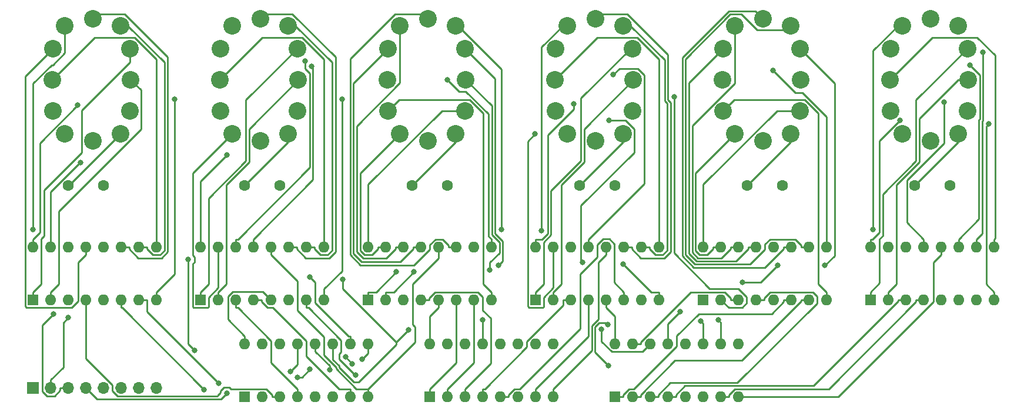
<source format=gbr>
G04 #@! TF.GenerationSoftware,KiCad,Pcbnew,(5.0.2)-1*
G04 #@! TF.CreationDate,2019-01-06T13:33:06-08:00*
G04 #@! TF.ProjectId,banana-nixie-clock,62616e61-6e61-42d6-9e69-7869652d636c,rev?*
G04 #@! TF.SameCoordinates,Original*
G04 #@! TF.FileFunction,Copper,L2,Bot*
G04 #@! TF.FilePolarity,Positive*
%FSLAX46Y46*%
G04 Gerber Fmt 4.6, Leading zero omitted, Abs format (unit mm)*
G04 Created by KiCad (PCBNEW (5.0.2)-1) date 1/6/2019 1:33:06 PM*
%MOMM*%
%LPD*%
G01*
G04 APERTURE LIST*
G04 #@! TA.AperFunction,ComponentPad*
%ADD10C,2.540000*%
G04 #@! TD*
G04 #@! TA.AperFunction,ComponentPad*
%ADD11R,1.700000X1.700000*%
G04 #@! TD*
G04 #@! TA.AperFunction,ComponentPad*
%ADD12O,1.700000X1.700000*%
G04 #@! TD*
G04 #@! TA.AperFunction,ComponentPad*
%ADD13R,1.600000X1.600000*%
G04 #@! TD*
G04 #@! TA.AperFunction,ComponentPad*
%ADD14O,1.600000X1.600000*%
G04 #@! TD*
G04 #@! TA.AperFunction,ComponentPad*
%ADD15C,1.600000*%
G04 #@! TD*
G04 #@! TA.AperFunction,ViaPad*
%ADD16C,0.800000*%
G04 #@! TD*
G04 #@! TA.AperFunction,Conductor*
%ADD17C,0.250000*%
G04 #@! TD*
G04 APERTURE END LIST*
D10*
G04 #@! TO.P,N1,LHDP*
G04 #@! TO.N,Net-(N1-PadLHDP)*
X35242500Y-62156340D03*
G04 #@! TO.P,N1,A*
G04 #@! TO.N,Net-(N1-PadA)*
X39240460Y-61155580D03*
G04 #@! TO.P,N1,9*
G04 #@! TO.N,Net-(N1-Pad9)*
X40733980Y-53340000D03*
G04 #@! TO.P,N1,8*
G04 #@! TO.N,Net-(N1-Pad8)*
X40606980Y-48841660D03*
G04 #@! TO.P,N1,7*
G04 #@! TO.N,Net-(N1-Pad7)*
X39240460Y-45524420D03*
G04 #@! TO.P,N1,6*
G04 #@! TO.N,Net-(N1-Pad6)*
X35242500Y-44523660D03*
G04 #@! TO.P,N1,5*
G04 #@! TO.N,Net-(N1-Pad5)*
X31244540Y-45524420D03*
G04 #@! TO.P,N1,4*
G04 #@! TO.N,Net-(N1-Pad4)*
X29560520Y-48841660D03*
G04 #@! TO.P,N1,3*
G04 #@! TO.N,Net-(N1-Pad3)*
X29433520Y-53340000D03*
G04 #@! TO.P,N1,2*
G04 #@! TO.N,Net-(N1-Pad2)*
X29560520Y-57838340D03*
G04 #@! TO.P,N1,1*
G04 #@! TO.N,Net-(N1-Pad1)*
X31244540Y-61155580D03*
G04 #@! TO.P,N1,0*
G04 #@! TO.N,Net-(N1-Pad0)*
X40606980Y-57838340D03*
G04 #@! TD*
G04 #@! TO.P,N2,0*
G04 #@! TO.N,Net-(N2-Pad0)*
X64736980Y-57838340D03*
G04 #@! TO.P,N2,1*
G04 #@! TO.N,Net-(N2-Pad1)*
X55374540Y-61155580D03*
G04 #@! TO.P,N2,2*
G04 #@! TO.N,Net-(N2-Pad2)*
X53690520Y-57838340D03*
G04 #@! TO.P,N2,3*
G04 #@! TO.N,Net-(N2-Pad3)*
X53563520Y-53340000D03*
G04 #@! TO.P,N2,4*
G04 #@! TO.N,Net-(N2-Pad4)*
X53690520Y-48841660D03*
G04 #@! TO.P,N2,5*
G04 #@! TO.N,Net-(N2-Pad5)*
X55374540Y-45524420D03*
G04 #@! TO.P,N2,6*
G04 #@! TO.N,Net-(N2-Pad6)*
X59372500Y-44523660D03*
G04 #@! TO.P,N2,7*
G04 #@! TO.N,Net-(N2-Pad7)*
X63370460Y-45524420D03*
G04 #@! TO.P,N2,8*
G04 #@! TO.N,Net-(N2-Pad8)*
X64736980Y-48841660D03*
G04 #@! TO.P,N2,9*
G04 #@! TO.N,Net-(N2-Pad9)*
X64863980Y-53340000D03*
G04 #@! TO.P,N2,A*
G04 #@! TO.N,Net-(N2-PadA)*
X63370460Y-61155580D03*
G04 #@! TO.P,N2,LHDP*
G04 #@! TO.N,Net-(N2-PadLHDP)*
X59372500Y-62156340D03*
G04 #@! TD*
G04 #@! TO.P,N3,LHDP*
G04 #@! TO.N,Net-(N3-PadLHDP)*
X83502500Y-62156340D03*
G04 #@! TO.P,N3,A*
G04 #@! TO.N,Net-(N3-PadA)*
X87500460Y-61155580D03*
G04 #@! TO.P,N3,9*
G04 #@! TO.N,Net-(N3-Pad9)*
X88993980Y-53340000D03*
G04 #@! TO.P,N3,8*
G04 #@! TO.N,Net-(N3-Pad8)*
X88866980Y-48841660D03*
G04 #@! TO.P,N3,7*
G04 #@! TO.N,Net-(N3-Pad7)*
X87500460Y-45524420D03*
G04 #@! TO.P,N3,6*
G04 #@! TO.N,Net-(N3-Pad6)*
X83502500Y-44523660D03*
G04 #@! TO.P,N3,5*
G04 #@! TO.N,Net-(N3-Pad5)*
X79504540Y-45524420D03*
G04 #@! TO.P,N3,4*
G04 #@! TO.N,Net-(N3-Pad4)*
X77820520Y-48841660D03*
G04 #@! TO.P,N3,3*
G04 #@! TO.N,Net-(N3-Pad3)*
X77693520Y-53340000D03*
G04 #@! TO.P,N3,2*
G04 #@! TO.N,Net-(N3-Pad2)*
X77820520Y-57838340D03*
G04 #@! TO.P,N3,1*
G04 #@! TO.N,Net-(N3-Pad1)*
X79504540Y-61155580D03*
G04 #@! TO.P,N3,0*
G04 #@! TO.N,Net-(N3-Pad0)*
X88866980Y-57838340D03*
G04 #@! TD*
G04 #@! TO.P,N4,0*
G04 #@! TO.N,Net-(N4-Pad0)*
X112996980Y-57838340D03*
G04 #@! TO.P,N4,1*
G04 #@! TO.N,Net-(N4-Pad1)*
X103634540Y-61155580D03*
G04 #@! TO.P,N4,2*
G04 #@! TO.N,Net-(N4-Pad2)*
X101950520Y-57838340D03*
G04 #@! TO.P,N4,3*
G04 #@! TO.N,Net-(N4-Pad3)*
X101823520Y-53340000D03*
G04 #@! TO.P,N4,4*
G04 #@! TO.N,Net-(N4-Pad4)*
X101950520Y-48841660D03*
G04 #@! TO.P,N4,5*
G04 #@! TO.N,Net-(N4-Pad5)*
X103634540Y-45524420D03*
G04 #@! TO.P,N4,6*
G04 #@! TO.N,Net-(N4-Pad6)*
X107632500Y-44523660D03*
G04 #@! TO.P,N4,7*
G04 #@! TO.N,Net-(N4-Pad7)*
X111630460Y-45524420D03*
G04 #@! TO.P,N4,8*
G04 #@! TO.N,Net-(N4-Pad8)*
X112996980Y-48841660D03*
G04 #@! TO.P,N4,9*
G04 #@! TO.N,Net-(N4-Pad9)*
X113123980Y-53340000D03*
G04 #@! TO.P,N4,A*
G04 #@! TO.N,Net-(N4-PadA)*
X111630460Y-61155580D03*
G04 #@! TO.P,N4,LHDP*
G04 #@! TO.N,Net-(N4-PadLHDP)*
X107632500Y-62156340D03*
G04 #@! TD*
G04 #@! TO.P,N5,LHDP*
G04 #@! TO.N,Net-(N5-PadLHDP)*
X131762500Y-62156340D03*
G04 #@! TO.P,N5,A*
G04 #@! TO.N,Net-(N5-PadA)*
X135760460Y-61155580D03*
G04 #@! TO.P,N5,9*
G04 #@! TO.N,Net-(N5-Pad9)*
X137253980Y-53340000D03*
G04 #@! TO.P,N5,8*
G04 #@! TO.N,Net-(N5-Pad8)*
X137126980Y-48841660D03*
G04 #@! TO.P,N5,7*
G04 #@! TO.N,Net-(N5-Pad7)*
X135760460Y-45524420D03*
G04 #@! TO.P,N5,6*
G04 #@! TO.N,Net-(N5-Pad6)*
X131762500Y-44523660D03*
G04 #@! TO.P,N5,5*
G04 #@! TO.N,Net-(N5-Pad5)*
X127764540Y-45524420D03*
G04 #@! TO.P,N5,4*
G04 #@! TO.N,Net-(N5-Pad4)*
X126080520Y-48841660D03*
G04 #@! TO.P,N5,3*
G04 #@! TO.N,Net-(N5-Pad3)*
X125953520Y-53340000D03*
G04 #@! TO.P,N5,2*
G04 #@! TO.N,Net-(N5-Pad2)*
X126080520Y-57838340D03*
G04 #@! TO.P,N5,1*
G04 #@! TO.N,Net-(N5-Pad1)*
X127764540Y-61155580D03*
G04 #@! TO.P,N5,0*
G04 #@! TO.N,Net-(N5-Pad0)*
X137126980Y-57838340D03*
G04 #@! TD*
G04 #@! TO.P,N6,0*
G04 #@! TO.N,Net-(N6-Pad0)*
X161256980Y-57838340D03*
G04 #@! TO.P,N6,1*
G04 #@! TO.N,Net-(N6-Pad1)*
X151894540Y-61155580D03*
G04 #@! TO.P,N6,2*
G04 #@! TO.N,Net-(N6-Pad2)*
X150210520Y-57838340D03*
G04 #@! TO.P,N6,3*
G04 #@! TO.N,Net-(N6-Pad3)*
X150083520Y-53340000D03*
G04 #@! TO.P,N6,4*
G04 #@! TO.N,Net-(N6-Pad4)*
X150210520Y-48841660D03*
G04 #@! TO.P,N6,5*
G04 #@! TO.N,Net-(N6-Pad5)*
X151894540Y-45524420D03*
G04 #@! TO.P,N6,6*
G04 #@! TO.N,Net-(N6-Pad6)*
X155892500Y-44523660D03*
G04 #@! TO.P,N6,7*
G04 #@! TO.N,Net-(N6-Pad7)*
X159890460Y-45524420D03*
G04 #@! TO.P,N6,8*
G04 #@! TO.N,Net-(N6-Pad8)*
X161256980Y-48841660D03*
G04 #@! TO.P,N6,9*
G04 #@! TO.N,Net-(N6-Pad9)*
X161383980Y-53340000D03*
G04 #@! TO.P,N6,A*
G04 #@! TO.N,Net-(N6-PadA)*
X159890460Y-61155580D03*
G04 #@! TO.P,N6,LHDP*
G04 #@! TO.N,Net-(N6-PadLHDP)*
X155892500Y-62156340D03*
G04 #@! TD*
D11*
G04 #@! TO.P,J1,1*
G04 #@! TO.N,Net-(J1-Pad1)*
X26670000Y-97790000D03*
D12*
G04 #@! TO.P,J1,2*
G04 #@! TO.N,Net-(J1-Pad2)*
X29210000Y-97790000D03*
G04 #@! TO.P,J1,3*
G04 #@! TO.N,Net-(J1-Pad3)*
X31750000Y-97790000D03*
G04 #@! TO.P,J1,4*
G04 #@! TO.N,Net-(J1-Pad4)*
X34290000Y-97790000D03*
G04 #@! TO.P,J1,5*
G04 #@! TO.N,Net-(J1-Pad5)*
X36830000Y-97790000D03*
G04 #@! TO.P,J1,6*
G04 #@! TO.N,Net-(J1-Pad6)*
X39370000Y-97790000D03*
G04 #@! TO.P,J1,7*
G04 #@! TO.N,+5V*
X41910000Y-97790000D03*
G04 #@! TO.P,J1,8*
G04 #@! TO.N,GND*
X44450000Y-97790000D03*
G04 #@! TD*
D13*
G04 #@! TO.P,U4,1*
G04 #@! TO.N,Net-(U4-Pad1)*
X83820000Y-99060000D03*
D14*
G04 #@! TO.P,U4,9*
G04 #@! TO.N,Net-(U4-Pad9)*
X101600000Y-91440000D03*
G04 #@! TO.P,U4,2*
G04 #@! TO.N,Net-(U4-Pad2)*
X86360000Y-99060000D03*
G04 #@! TO.P,U4,10*
G04 #@! TO.N,Net-(J1-Pad3)*
X99060000Y-91440000D03*
G04 #@! TO.P,U4,3*
G04 #@! TO.N,Net-(U4-Pad3)*
X88900000Y-99060000D03*
G04 #@! TO.P,U4,11*
G04 #@! TO.N,Net-(J1-Pad2)*
X96520000Y-91440000D03*
G04 #@! TO.P,U4,4*
G04 #@! TO.N,Net-(U4-Pad4)*
X91440000Y-99060000D03*
G04 #@! TO.P,U4,12*
G04 #@! TO.N,Net-(J1-Pad4)*
X93980000Y-91440000D03*
G04 #@! TO.P,U4,5*
G04 #@! TO.N,Net-(U4-Pad5)*
X93980000Y-99060000D03*
G04 #@! TO.P,U4,13*
G04 #@! TO.N,Net-(J1-Pad5)*
X91440000Y-91440000D03*
G04 #@! TO.P,U4,6*
G04 #@! TO.N,Net-(U4-Pad6)*
X96520000Y-99060000D03*
G04 #@! TO.P,U4,14*
G04 #@! TO.N,Net-(U2-Pad9)*
X88900000Y-91440000D03*
G04 #@! TO.P,U4,7*
G04 #@! TO.N,Net-(U4-Pad7)*
X99060000Y-99060000D03*
G04 #@! TO.P,U4,15*
G04 #@! TO.N,Net-(U4-Pad15)*
X86360000Y-91440000D03*
G04 #@! TO.P,U4,8*
G04 #@! TO.N,GND*
X101600000Y-99060000D03*
G04 #@! TO.P,U4,16*
G04 #@! TO.N,+5V*
X83820000Y-91440000D03*
G04 #@! TD*
G04 #@! TO.P,U1,16*
G04 #@! TO.N,Net-(N1-Pad0)*
X26670000Y-77470000D03*
G04 #@! TO.P,U1,8*
G04 #@! TO.N,Net-(N1-Pad2)*
X44450000Y-85090000D03*
G04 #@! TO.P,U1,15*
G04 #@! TO.N,Net-(N1-Pad1)*
X29210000Y-77470000D03*
G04 #@! TO.P,U1,7*
G04 #@! TO.N,Net-(U1-Pad7)*
X41910000Y-85090000D03*
G04 #@! TO.P,U1,14*
G04 #@! TO.N,Net-(N1-Pad5)*
X31750000Y-77470000D03*
G04 #@! TO.P,U1,6*
G04 #@! TO.N,Net-(U1-Pad6)*
X39370000Y-85090000D03*
G04 #@! TO.P,U1,13*
G04 #@! TO.N,Net-(N1-Pad4)*
X34290000Y-77470000D03*
G04 #@! TO.P,U1,5*
G04 #@! TO.N,+5V*
X36830000Y-85090000D03*
G04 #@! TO.P,U1,12*
G04 #@! TO.N,GND*
X36830000Y-77470000D03*
G04 #@! TO.P,U1,4*
G04 #@! TO.N,Net-(U1-Pad4)*
X34290000Y-85090000D03*
G04 #@! TO.P,U1,11*
G04 #@! TO.N,Net-(N1-Pad6)*
X39370000Y-77470000D03*
G04 #@! TO.P,U1,3*
G04 #@! TO.N,Net-(U1-Pad3)*
X31750000Y-85090000D03*
G04 #@! TO.P,U1,10*
G04 #@! TO.N,Net-(N1-Pad7)*
X41910000Y-77470000D03*
G04 #@! TO.P,U1,2*
G04 #@! TO.N,Net-(N1-Pad9)*
X29210000Y-85090000D03*
G04 #@! TO.P,U1,9*
G04 #@! TO.N,Net-(N1-Pad3)*
X44450000Y-77470000D03*
D13*
G04 #@! TO.P,U1,1*
G04 #@! TO.N,Net-(N1-Pad8)*
X26670000Y-85090000D03*
G04 #@! TD*
G04 #@! TO.P,U2,1*
G04 #@! TO.N,Net-(U1-Pad6)*
X57150000Y-99060000D03*
D14*
G04 #@! TO.P,U2,9*
G04 #@! TO.N,Net-(U2-Pad9)*
X74930000Y-91440000D03*
G04 #@! TO.P,U2,2*
G04 #@! TO.N,Net-(U1-Pad7)*
X59690000Y-99060000D03*
G04 #@! TO.P,U2,10*
G04 #@! TO.N,Net-(J1-Pad3)*
X72390000Y-91440000D03*
G04 #@! TO.P,U2,3*
G04 #@! TO.N,Net-(U1-Pad4)*
X62230000Y-99060000D03*
G04 #@! TO.P,U2,11*
G04 #@! TO.N,Net-(J1-Pad2)*
X69850000Y-91440000D03*
G04 #@! TO.P,U2,4*
G04 #@! TO.N,Net-(U2-Pad4)*
X64770000Y-99060000D03*
G04 #@! TO.P,U2,12*
G04 #@! TO.N,Net-(J1-Pad4)*
X67310000Y-91440000D03*
G04 #@! TO.P,U2,5*
G04 #@! TO.N,Net-(U2-Pad5)*
X67310000Y-99060000D03*
G04 #@! TO.P,U2,13*
G04 #@! TO.N,Net-(J1-Pad5)*
X64770000Y-91440000D03*
G04 #@! TO.P,U2,6*
G04 #@! TO.N,Net-(U2-Pad6)*
X69850000Y-99060000D03*
G04 #@! TO.P,U2,14*
G04 #@! TO.N,Net-(J1-Pad1)*
X62230000Y-91440000D03*
G04 #@! TO.P,U2,7*
G04 #@! TO.N,Net-(U2-Pad7)*
X72390000Y-99060000D03*
G04 #@! TO.P,U2,15*
G04 #@! TO.N,Net-(U1-Pad3)*
X59690000Y-91440000D03*
G04 #@! TO.P,U2,8*
G04 #@! TO.N,GND*
X74930000Y-99060000D03*
G04 #@! TO.P,U2,16*
G04 #@! TO.N,+5V*
X57150000Y-91440000D03*
G04 #@! TD*
G04 #@! TO.P,U3,16*
G04 #@! TO.N,Net-(N2-Pad0)*
X50800000Y-77470000D03*
G04 #@! TO.P,U3,8*
G04 #@! TO.N,Net-(N2-Pad2)*
X68580000Y-85090000D03*
G04 #@! TO.P,U3,15*
G04 #@! TO.N,Net-(N2-Pad1)*
X53340000Y-77470000D03*
G04 #@! TO.P,U3,7*
G04 #@! TO.N,Net-(U2-Pad6)*
X66040000Y-85090000D03*
G04 #@! TO.P,U3,14*
G04 #@! TO.N,Net-(N2-Pad5)*
X55880000Y-77470000D03*
G04 #@! TO.P,U3,6*
G04 #@! TO.N,Net-(U2-Pad5)*
X63500000Y-85090000D03*
G04 #@! TO.P,U3,13*
G04 #@! TO.N,Net-(N2-Pad4)*
X58420000Y-77470000D03*
G04 #@! TO.P,U3,5*
G04 #@! TO.N,+5V*
X60960000Y-85090000D03*
G04 #@! TO.P,U3,12*
G04 #@! TO.N,GND*
X60960000Y-77470000D03*
G04 #@! TO.P,U3,4*
G04 #@! TO.N,Net-(U2-Pad7)*
X58420000Y-85090000D03*
G04 #@! TO.P,U3,11*
G04 #@! TO.N,Net-(N2-Pad6)*
X63500000Y-77470000D03*
G04 #@! TO.P,U3,3*
G04 #@! TO.N,Net-(U2-Pad4)*
X55880000Y-85090000D03*
G04 #@! TO.P,U3,10*
G04 #@! TO.N,Net-(N2-Pad7)*
X66040000Y-77470000D03*
G04 #@! TO.P,U3,2*
G04 #@! TO.N,Net-(N2-Pad9)*
X53340000Y-85090000D03*
G04 #@! TO.P,U3,9*
G04 #@! TO.N,Net-(N2-Pad3)*
X68580000Y-77470000D03*
D13*
G04 #@! TO.P,U3,1*
G04 #@! TO.N,Net-(N2-Pad8)*
X50800000Y-85090000D03*
G04 #@! TD*
G04 #@! TO.P,U5,1*
G04 #@! TO.N,Net-(U5-Pad1)*
X110490000Y-99060000D03*
D14*
G04 #@! TO.P,U5,9*
G04 #@! TO.N,Net-(U5-Pad9)*
X128270000Y-91440000D03*
G04 #@! TO.P,U5,2*
G04 #@! TO.N,Net-(U5-Pad2)*
X113030000Y-99060000D03*
G04 #@! TO.P,U5,10*
G04 #@! TO.N,Net-(J1-Pad3)*
X125730000Y-91440000D03*
G04 #@! TO.P,U5,3*
G04 #@! TO.N,Net-(U5-Pad3)*
X115570000Y-99060000D03*
G04 #@! TO.P,U5,11*
G04 #@! TO.N,Net-(J1-Pad2)*
X123190000Y-91440000D03*
G04 #@! TO.P,U5,4*
G04 #@! TO.N,Net-(U5-Pad4)*
X118110000Y-99060000D03*
G04 #@! TO.P,U5,12*
G04 #@! TO.N,Net-(J1-Pad4)*
X120650000Y-91440000D03*
G04 #@! TO.P,U5,5*
G04 #@! TO.N,Net-(U5-Pad5)*
X120650000Y-99060000D03*
G04 #@! TO.P,U5,13*
G04 #@! TO.N,Net-(J1-Pad5)*
X118110000Y-91440000D03*
G04 #@! TO.P,U5,6*
G04 #@! TO.N,Net-(U5-Pad6)*
X123190000Y-99060000D03*
G04 #@! TO.P,U5,14*
G04 #@! TO.N,Net-(U4-Pad9)*
X115570000Y-91440000D03*
G04 #@! TO.P,U5,7*
G04 #@! TO.N,Net-(U5-Pad7)*
X125730000Y-99060000D03*
G04 #@! TO.P,U5,15*
G04 #@! TO.N,Net-(U5-Pad15)*
X113030000Y-91440000D03*
G04 #@! TO.P,U5,8*
G04 #@! TO.N,GND*
X128270000Y-99060000D03*
G04 #@! TO.P,U5,16*
G04 #@! TO.N,+5V*
X110490000Y-91440000D03*
G04 #@! TD*
G04 #@! TO.P,U7,16*
G04 #@! TO.N,Net-(N4-Pad0)*
X99060000Y-77470000D03*
G04 #@! TO.P,U7,8*
G04 #@! TO.N,Net-(N4-Pad2)*
X116840000Y-85090000D03*
G04 #@! TO.P,U7,15*
G04 #@! TO.N,Net-(N4-Pad1)*
X101600000Y-77470000D03*
G04 #@! TO.P,U7,7*
G04 #@! TO.N,Net-(U4-Pad6)*
X114300000Y-85090000D03*
G04 #@! TO.P,U7,14*
G04 #@! TO.N,Net-(N4-Pad5)*
X104140000Y-77470000D03*
G04 #@! TO.P,U7,6*
G04 #@! TO.N,Net-(U4-Pad5)*
X111760000Y-85090000D03*
G04 #@! TO.P,U7,13*
G04 #@! TO.N,Net-(N4-Pad4)*
X106680000Y-77470000D03*
G04 #@! TO.P,U7,5*
G04 #@! TO.N,+5V*
X109220000Y-85090000D03*
G04 #@! TO.P,U7,12*
G04 #@! TO.N,GND*
X109220000Y-77470000D03*
G04 #@! TO.P,U7,4*
G04 #@! TO.N,Net-(U4-Pad7)*
X106680000Y-85090000D03*
G04 #@! TO.P,U7,11*
G04 #@! TO.N,Net-(N4-Pad6)*
X111760000Y-77470000D03*
G04 #@! TO.P,U7,3*
G04 #@! TO.N,Net-(U4-Pad4)*
X104140000Y-85090000D03*
G04 #@! TO.P,U7,10*
G04 #@! TO.N,Net-(N4-Pad7)*
X114300000Y-77470000D03*
G04 #@! TO.P,U7,2*
G04 #@! TO.N,Net-(N4-Pad9)*
X101600000Y-85090000D03*
G04 #@! TO.P,U7,9*
G04 #@! TO.N,Net-(N4-Pad3)*
X116840000Y-77470000D03*
D13*
G04 #@! TO.P,U7,1*
G04 #@! TO.N,Net-(N4-Pad8)*
X99060000Y-85090000D03*
G04 #@! TD*
G04 #@! TO.P,U8,1*
G04 #@! TO.N,Net-(N5-Pad8)*
X123190000Y-85090000D03*
D14*
G04 #@! TO.P,U8,9*
G04 #@! TO.N,Net-(N5-Pad3)*
X140970000Y-77470000D03*
G04 #@! TO.P,U8,2*
G04 #@! TO.N,Net-(N5-Pad9)*
X125730000Y-85090000D03*
G04 #@! TO.P,U8,10*
G04 #@! TO.N,Net-(N5-Pad7)*
X138430000Y-77470000D03*
G04 #@! TO.P,U8,3*
G04 #@! TO.N,Net-(U5-Pad15)*
X128270000Y-85090000D03*
G04 #@! TO.P,U8,11*
G04 #@! TO.N,Net-(N5-Pad6)*
X135890000Y-77470000D03*
G04 #@! TO.P,U8,4*
G04 #@! TO.N,Net-(U5-Pad3)*
X130810000Y-85090000D03*
G04 #@! TO.P,U8,12*
G04 #@! TO.N,GND*
X133350000Y-77470000D03*
G04 #@! TO.P,U8,5*
G04 #@! TO.N,+5V*
X133350000Y-85090000D03*
G04 #@! TO.P,U8,13*
G04 #@! TO.N,Net-(N5-Pad4)*
X130810000Y-77470000D03*
G04 #@! TO.P,U8,6*
G04 #@! TO.N,Net-(U5-Pad1)*
X135890000Y-85090000D03*
G04 #@! TO.P,U8,14*
G04 #@! TO.N,Net-(N5-Pad5)*
X128270000Y-77470000D03*
G04 #@! TO.P,U8,7*
G04 #@! TO.N,Net-(U5-Pad2)*
X138430000Y-85090000D03*
G04 #@! TO.P,U8,15*
G04 #@! TO.N,Net-(N5-Pad1)*
X125730000Y-77470000D03*
G04 #@! TO.P,U8,8*
G04 #@! TO.N,Net-(N5-Pad2)*
X140970000Y-85090000D03*
G04 #@! TO.P,U8,16*
G04 #@! TO.N,Net-(N5-Pad0)*
X123190000Y-77470000D03*
G04 #@! TD*
G04 #@! TO.P,U9,16*
G04 #@! TO.N,Net-(N6-Pad0)*
X147320000Y-77470000D03*
G04 #@! TO.P,U9,8*
G04 #@! TO.N,Net-(N6-Pad2)*
X165100000Y-85090000D03*
G04 #@! TO.P,U9,15*
G04 #@! TO.N,Net-(N6-Pad1)*
X149860000Y-77470000D03*
G04 #@! TO.P,U9,7*
G04 #@! TO.N,Net-(U5-Pad6)*
X162560000Y-85090000D03*
G04 #@! TO.P,U9,14*
G04 #@! TO.N,Net-(N6-Pad5)*
X152400000Y-77470000D03*
G04 #@! TO.P,U9,6*
G04 #@! TO.N,Net-(U5-Pad5)*
X160020000Y-85090000D03*
G04 #@! TO.P,U9,13*
G04 #@! TO.N,Net-(N6-Pad4)*
X154940000Y-77470000D03*
G04 #@! TO.P,U9,5*
G04 #@! TO.N,+5V*
X157480000Y-85090000D03*
G04 #@! TO.P,U9,12*
G04 #@! TO.N,GND*
X157480000Y-77470000D03*
G04 #@! TO.P,U9,4*
G04 #@! TO.N,Net-(U5-Pad7)*
X154940000Y-85090000D03*
G04 #@! TO.P,U9,11*
G04 #@! TO.N,Net-(N6-Pad6)*
X160020000Y-77470000D03*
G04 #@! TO.P,U9,3*
G04 #@! TO.N,Net-(U5-Pad4)*
X152400000Y-85090000D03*
G04 #@! TO.P,U9,10*
G04 #@! TO.N,Net-(N6-Pad7)*
X162560000Y-77470000D03*
G04 #@! TO.P,U9,2*
G04 #@! TO.N,Net-(N6-Pad9)*
X149860000Y-85090000D03*
G04 #@! TO.P,U9,9*
G04 #@! TO.N,Net-(N6-Pad3)*
X165100000Y-77470000D03*
D13*
G04 #@! TO.P,U9,1*
G04 #@! TO.N,Net-(N6-Pad8)*
X147320000Y-85090000D03*
G04 #@! TD*
G04 #@! TO.P,U6,1*
G04 #@! TO.N,Net-(N3-Pad8)*
X74930000Y-85090000D03*
D14*
G04 #@! TO.P,U6,9*
G04 #@! TO.N,Net-(N3-Pad3)*
X92710000Y-77470000D03*
G04 #@! TO.P,U6,2*
G04 #@! TO.N,Net-(N3-Pad9)*
X77470000Y-85090000D03*
G04 #@! TO.P,U6,10*
G04 #@! TO.N,Net-(N3-Pad7)*
X90170000Y-77470000D03*
G04 #@! TO.P,U6,3*
G04 #@! TO.N,Net-(U4-Pad15)*
X80010000Y-85090000D03*
G04 #@! TO.P,U6,11*
G04 #@! TO.N,Net-(N3-Pad6)*
X87630000Y-77470000D03*
G04 #@! TO.P,U6,4*
G04 #@! TO.N,Net-(U4-Pad3)*
X82550000Y-85090000D03*
G04 #@! TO.P,U6,12*
G04 #@! TO.N,GND*
X85090000Y-77470000D03*
G04 #@! TO.P,U6,5*
G04 #@! TO.N,+5V*
X85090000Y-85090000D03*
G04 #@! TO.P,U6,13*
G04 #@! TO.N,Net-(N3-Pad4)*
X82550000Y-77470000D03*
G04 #@! TO.P,U6,6*
G04 #@! TO.N,Net-(U4-Pad1)*
X87630000Y-85090000D03*
G04 #@! TO.P,U6,14*
G04 #@! TO.N,Net-(N3-Pad5)*
X80010000Y-77470000D03*
G04 #@! TO.P,U6,7*
G04 #@! TO.N,Net-(U4-Pad2)*
X90170000Y-85090000D03*
G04 #@! TO.P,U6,15*
G04 #@! TO.N,Net-(N3-Pad1)*
X77470000Y-77470000D03*
G04 #@! TO.P,U6,8*
G04 #@! TO.N,Net-(N3-Pad2)*
X92710000Y-85090000D03*
G04 #@! TO.P,U6,16*
G04 #@! TO.N,Net-(N3-Pad0)*
X74930000Y-77470000D03*
G04 #@! TD*
D15*
G04 #@! TO.P,R2,2*
G04 #@! TO.N,Net-(J1-Pad6)*
X62230000Y-68580000D03*
G04 #@! TO.P,R2,1*
G04 #@! TO.N,Net-(N2-PadA)*
X57150000Y-68580000D03*
G04 #@! TD*
G04 #@! TO.P,R1,1*
G04 #@! TO.N,Net-(N1-PadA)*
X31750000Y-68580000D03*
G04 #@! TO.P,R1,2*
G04 #@! TO.N,Net-(J1-Pad6)*
X36830000Y-68580000D03*
G04 #@! TD*
G04 #@! TO.P,R6,2*
G04 #@! TO.N,Net-(J1-Pad6)*
X158750000Y-68580000D03*
G04 #@! TO.P,R6,1*
G04 #@! TO.N,Net-(N6-PadA)*
X153670000Y-68580000D03*
G04 #@! TD*
G04 #@! TO.P,R5,1*
G04 #@! TO.N,Net-(N5-PadA)*
X129540000Y-68580000D03*
G04 #@! TO.P,R5,2*
G04 #@! TO.N,Net-(J1-Pad6)*
X134620000Y-68580000D03*
G04 #@! TD*
G04 #@! TO.P,R4,2*
G04 #@! TO.N,Net-(J1-Pad6)*
X110490000Y-68580000D03*
G04 #@! TO.P,R4,1*
G04 #@! TO.N,Net-(N4-PadA)*
X105410000Y-68580000D03*
G04 #@! TD*
G04 #@! TO.P,R3,1*
G04 #@! TO.N,Net-(N3-PadA)*
X81280000Y-68580000D03*
G04 #@! TO.P,R3,2*
G04 #@! TO.N,Net-(J1-Pad6)*
X86360000Y-68580000D03*
G04 #@! TD*
D16*
G04 #@! TO.N,Net-(N1-Pad0)*
X33078100Y-57023500D03*
G04 #@! TO.N,Net-(N1-Pad1)*
X33542200Y-65277300D03*
G04 #@! TO.N,Net-(N1-Pad2)*
X47020600Y-56143200D03*
G04 #@! TO.N,Net-(N1-Pad5)*
X26670000Y-74952800D03*
G04 #@! TO.N,GND*
X49928600Y-92369200D03*
X48980800Y-79279500D03*
G04 #@! TO.N,Net-(U1-Pad6)*
X51294300Y-98025200D03*
G04 #@! TO.N,Net-(U1-Pad7)*
X53366400Y-97115200D03*
G04 #@! TO.N,Net-(U2-Pad9)*
X74099700Y-93630900D03*
G04 #@! TO.N,Net-(U2-Pad6)*
X73172000Y-95978100D03*
G04 #@! TO.N,Net-(N2-Pad0)*
X54569400Y-64207000D03*
G04 #@! TO.N,Net-(N2-Pad2)*
X71155700Y-56143200D03*
G04 #@! TO.N,Net-(N2-Pad5)*
X65864500Y-50642300D03*
G04 #@! TO.N,Net-(N2-Pad4)*
X66819600Y-51374800D03*
G04 #@! TO.N,Net-(U4-Pad9)*
X108547900Y-89374800D03*
G04 #@! TO.N,Net-(N3-Pad8)*
X93703300Y-80120700D03*
X78991100Y-81028900D03*
G04 #@! TO.N,Net-(N3-Pad3)*
X86347900Y-53340000D03*
G04 #@! TO.N,Net-(N3-Pad9)*
X92458600Y-80769200D03*
X81543100Y-81016900D03*
G04 #@! TO.N,Net-(N3-Pad7)*
X94151400Y-74952800D03*
G04 #@! TO.N,Net-(N4-Pad0)*
X104548400Y-56818800D03*
G04 #@! TO.N,Net-(N4-Pad2)*
X109626500Y-59199100D03*
X105842400Y-79726100D03*
X111660400Y-79910400D03*
G04 #@! TO.N,Net-(N4-Pad1)*
X98965500Y-61155600D03*
G04 #@! TO.N,Net-(N4-Pad5)*
X99891700Y-75151400D03*
G04 #@! TO.N,Net-(N4-Pad4)*
X110240300Y-52630900D03*
G04 #@! TO.N,Net-(N5-Pad8)*
X140732300Y-80121700D03*
X133879600Y-80121700D03*
X128883000Y-82532000D03*
G04 #@! TO.N,Net-(N5-Pad3)*
X133218800Y-51982500D03*
G04 #@! TO.N,Net-(N5-Pad9)*
X119004200Y-55846700D03*
G04 #@! TO.N,Net-(N6-Pad0)*
X151538000Y-59188900D03*
G04 #@! TO.N,Net-(N6-Pad2)*
X164291400Y-59710900D03*
G04 #@! TO.N,Net-(N6-Pad5)*
X147672400Y-74952800D03*
G04 #@! TO.N,Net-(N6-Pad4)*
X157916200Y-56613600D03*
G04 #@! TO.N,Net-(N6-Pad6)*
X161579000Y-51254100D03*
G04 #@! TO.N,Net-(N6-Pad7)*
X163482700Y-49370200D03*
G04 #@! TO.N,Net-(J1-Pad3)*
X66514800Y-81768500D03*
X29613000Y-87164000D03*
X125329800Y-88020400D03*
G04 #@! TO.N,Net-(J1-Pad2)*
X71255400Y-82148300D03*
X80772500Y-89390100D03*
X122813600Y-88148500D03*
X31750000Y-87630000D03*
G04 #@! TO.N,Net-(J1-Pad4)*
X54577800Y-98606700D03*
X64754600Y-96248000D03*
X66508300Y-95126300D03*
X109418100Y-88629200D03*
X109551800Y-94556000D03*
X69373600Y-95216700D03*
G04 #@! TO.N,Net-(J1-Pad5)*
X91416200Y-87975800D03*
X119851400Y-86800300D03*
X63741800Y-95404800D03*
X71662000Y-93310200D03*
X72646600Y-94294800D03*
G04 #@! TD*
D17*
G04 #@! TO.N,Net-(N1-Pad0)*
X26670000Y-77470000D02*
X26670000Y-76344700D01*
X33078100Y-57023500D02*
X27636300Y-62465300D01*
X27636300Y-62465300D02*
X27636300Y-75378400D01*
X27636300Y-75378400D02*
X26670000Y-76344700D01*
G04 #@! TO.N,Net-(N1-Pad1)*
X33542200Y-65277300D02*
X33450900Y-65277300D01*
X33450900Y-65277300D02*
X29210000Y-69518200D01*
X29210000Y-69518200D02*
X29210000Y-77470000D01*
G04 #@! TO.N,Net-(N1-Pad2)*
X44450000Y-85090000D02*
X44450000Y-83964700D01*
X44450000Y-83964700D02*
X47020600Y-81394100D01*
X47020600Y-81394100D02*
X47020600Y-56143200D01*
G04 #@! TO.N,Net-(N1-Pad3)*
X29433500Y-53340000D02*
X35534800Y-47238700D01*
X35534800Y-47238700D02*
X41331400Y-47238700D01*
X41331400Y-47238700D02*
X44450000Y-50357300D01*
X44450000Y-50357300D02*
X44450000Y-77470000D01*
G04 #@! TO.N,Net-(N1-Pad4)*
X34290000Y-77470000D02*
X34290000Y-78595300D01*
X29560500Y-48841700D02*
X25544600Y-52857600D01*
X25544600Y-52857600D02*
X25544600Y-86073100D01*
X25544600Y-86073100D02*
X25705100Y-86233600D01*
X25705100Y-86233600D02*
X32221400Y-86233600D01*
X32221400Y-86233600D02*
X33164700Y-85290300D01*
X33164700Y-85290300D02*
X33164700Y-79720600D01*
X33164700Y-79720600D02*
X34290000Y-78595300D01*
G04 #@! TO.N,Net-(N1-Pad5)*
X31244500Y-45524400D02*
X31244500Y-49442800D01*
X31244500Y-49442800D02*
X29486300Y-51201000D01*
X29486300Y-51201000D02*
X29315500Y-51201000D01*
X29315500Y-51201000D02*
X26670000Y-53846500D01*
X26670000Y-53846500D02*
X26670000Y-74952800D01*
G04 #@! TO.N,Net-(N1-Pad6)*
X39370000Y-77470000D02*
X40495300Y-77470000D01*
X35242500Y-44523700D02*
X35880100Y-43886100D01*
X35880100Y-43886100D02*
X39895700Y-43886100D01*
X39895700Y-43886100D02*
X46071200Y-50061600D01*
X46071200Y-50061600D02*
X46071200Y-78187800D01*
X46071200Y-78187800D02*
X45180000Y-79079000D01*
X45180000Y-79079000D02*
X41823000Y-79079000D01*
X41823000Y-79079000D02*
X40495300Y-77751300D01*
X40495300Y-77751300D02*
X40495300Y-77470000D01*
G04 #@! TO.N,Net-(N1-Pad7)*
X39240500Y-45524400D02*
X40263600Y-45524400D01*
X40263600Y-45524400D02*
X45580700Y-50841500D01*
X45580700Y-50841500D02*
X45580700Y-77982100D01*
X45580700Y-77982100D02*
X44967500Y-78595300D01*
X44967500Y-78595300D02*
X43879200Y-78595300D01*
X43879200Y-78595300D02*
X43035300Y-77751400D01*
X43035300Y-77751400D02*
X43035300Y-77470000D01*
X41910000Y-77470000D02*
X43035300Y-77470000D01*
G04 #@! TO.N,Net-(N1-Pad8)*
X26670000Y-83964700D02*
X27795300Y-82839400D01*
X27795300Y-82839400D02*
X27795300Y-76289800D01*
X27795300Y-76289800D02*
X28245500Y-75839600D01*
X28245500Y-75839600D02*
X28245500Y-69265800D01*
X28245500Y-69265800D02*
X33647100Y-63864200D01*
X33647100Y-63864200D02*
X33647100Y-57762800D01*
X33647100Y-57762800D02*
X40607000Y-50802900D01*
X40607000Y-50802900D02*
X40607000Y-48841700D01*
X26670000Y-85090000D02*
X26670000Y-83964700D01*
G04 #@! TO.N,Net-(N1-Pad9)*
X29210000Y-85090000D02*
X29210000Y-83964700D01*
X40734000Y-53340000D02*
X42216400Y-54822400D01*
X42216400Y-54822400D02*
X42216400Y-60470300D01*
X42216400Y-60470300D02*
X30335300Y-72351400D01*
X30335300Y-72351400D02*
X30335300Y-82839400D01*
X30335300Y-82839400D02*
X29210000Y-83964700D01*
G04 #@! TO.N,Net-(N1-PadA)*
X39240500Y-61155600D02*
X31816100Y-68580000D01*
X31816100Y-68580000D02*
X31750000Y-68580000D01*
G04 #@! TO.N,Net-(U1-Pad4)*
X61104700Y-99060000D02*
X61104700Y-98778700D01*
X61104700Y-98778700D02*
X60260600Y-97934600D01*
X60260600Y-97934600D02*
X55214000Y-97934600D01*
X55214000Y-97934600D02*
X54961000Y-97681600D01*
X54961000Y-97681600D02*
X54194700Y-97681600D01*
X54194700Y-97681600D02*
X53652700Y-98223600D01*
X53652700Y-98223600D02*
X53652700Y-98462700D01*
X53652700Y-98462700D02*
X53203700Y-98911700D01*
X53203700Y-98911700D02*
X53203700Y-98966200D01*
X53203700Y-98966200D02*
X38860000Y-98966200D01*
X38860000Y-98966200D02*
X38100000Y-98206200D01*
X38100000Y-98206200D02*
X38100000Y-97356600D01*
X38100000Y-97356600D02*
X34290000Y-93546600D01*
X34290000Y-93546600D02*
X34290000Y-85090000D01*
X62230000Y-99060000D02*
X61104700Y-99060000D01*
G04 #@! TO.N,GND*
X74930000Y-97934700D02*
X81697600Y-91167100D01*
X81697600Y-91167100D02*
X81697600Y-89006900D01*
X81697600Y-89006900D02*
X81384400Y-88693700D01*
X81384400Y-88693700D02*
X81384400Y-82826600D01*
X81384400Y-82826600D02*
X85090000Y-79121000D01*
X85090000Y-79121000D02*
X85090000Y-78595300D01*
X48980800Y-79279500D02*
X48980800Y-91421400D01*
X48980800Y-91421400D02*
X49928600Y-92369200D01*
X109220000Y-78595300D02*
X108094700Y-79720600D01*
X108094700Y-79720600D02*
X108094700Y-87882900D01*
X108094700Y-87882900D02*
X107172500Y-88805100D01*
X107172500Y-88805100D02*
X107172500Y-92362200D01*
X107172500Y-92362200D02*
X101600000Y-97934700D01*
X60960000Y-78595300D02*
X64770000Y-82405300D01*
X64770000Y-82405300D02*
X64770000Y-86588300D01*
X64770000Y-86588300D02*
X68580000Y-90398300D01*
X68580000Y-90398300D02*
X68580000Y-93095800D01*
X68580000Y-93095800D02*
X70298800Y-94814600D01*
X70298800Y-94814600D02*
X70298800Y-95050000D01*
X70298800Y-95050000D02*
X73183500Y-97934700D01*
X73183500Y-97934700D02*
X74930000Y-97934700D01*
X157480000Y-77470000D02*
X157480000Y-78595300D01*
X157480000Y-78595300D02*
X156354700Y-79720600D01*
X156354700Y-79720600D02*
X156354700Y-85340400D01*
X156354700Y-85340400D02*
X142635100Y-99060000D01*
X142635100Y-99060000D02*
X128270000Y-99060000D01*
X85090000Y-77470000D02*
X85090000Y-78595300D01*
X60960000Y-77470000D02*
X60960000Y-78595300D01*
X74930000Y-99060000D02*
X74930000Y-97934700D01*
X109220000Y-77470000D02*
X109220000Y-78595300D01*
X101600000Y-99060000D02*
X101600000Y-97934700D01*
G04 #@! TO.N,Net-(U1-Pad6)*
X39370000Y-86215300D02*
X39484400Y-86215300D01*
X39484400Y-86215300D02*
X51294300Y-98025200D01*
X39370000Y-85090000D02*
X39370000Y-86215300D01*
G04 #@! TO.N,Net-(U1-Pad7)*
X43035300Y-85090000D02*
X43035300Y-86784100D01*
X43035300Y-86784100D02*
X53366400Y-97115200D01*
X41910000Y-85090000D02*
X43035300Y-85090000D01*
G04 #@! TO.N,Net-(U2-Pad9)*
X74099700Y-93630900D02*
X74930000Y-92800600D01*
X74930000Y-92800600D02*
X74930000Y-91440000D01*
G04 #@! TO.N,Net-(U2-Pad4)*
X55880000Y-85090000D02*
X55880000Y-86215300D01*
X64770000Y-99060000D02*
X64770000Y-97934700D01*
X64770000Y-97934700D02*
X60960000Y-94124700D01*
X60960000Y-94124700D02*
X60960000Y-91014000D01*
X60960000Y-91014000D02*
X56161300Y-86215300D01*
X56161300Y-86215300D02*
X55880000Y-86215300D01*
G04 #@! TO.N,Net-(U2-Pad6)*
X66040000Y-86215300D02*
X66321300Y-86215300D01*
X66321300Y-86215300D02*
X71024200Y-90918200D01*
X71024200Y-90918200D02*
X71024200Y-92639800D01*
X71024200Y-92639800D02*
X70736900Y-92927100D01*
X70736900Y-92927100D02*
X70736900Y-93693300D01*
X70736900Y-93693300D02*
X73021700Y-95978100D01*
X73021700Y-95978100D02*
X73172000Y-95978100D01*
X66040000Y-85090000D02*
X66040000Y-86215300D01*
G04 #@! TO.N,Net-(U2-Pad7)*
X59545300Y-85090000D02*
X59545300Y-85371400D01*
X59545300Y-85371400D02*
X60389200Y-86215300D01*
X60389200Y-86215300D02*
X61217200Y-86215300D01*
X61217200Y-86215300D02*
X66040000Y-91038100D01*
X66040000Y-91038100D02*
X66040000Y-93235400D01*
X66040000Y-93235400D02*
X70739300Y-97934700D01*
X70739300Y-97934700D02*
X72390000Y-97934700D01*
X58420000Y-85090000D02*
X59545300Y-85090000D01*
X72390000Y-99060000D02*
X72390000Y-97934700D01*
G04 #@! TO.N,Net-(N2-Pad0)*
X54569400Y-64207000D02*
X50800000Y-67976400D01*
X50800000Y-67976400D02*
X50800000Y-77470000D01*
G04 #@! TO.N,Net-(N2-Pad2)*
X71155700Y-56143200D02*
X71155700Y-80939800D01*
X71155700Y-80939800D02*
X68580000Y-83515500D01*
X68580000Y-83515500D02*
X68580000Y-83964700D01*
X68580000Y-85090000D02*
X68580000Y-83964700D01*
G04 #@! TO.N,Net-(N2-Pad1)*
X53340000Y-77470000D02*
X53340000Y-83327800D01*
X53340000Y-83327800D02*
X51925400Y-84742400D01*
X51925400Y-84742400D02*
X51925400Y-86092400D01*
X51925400Y-86092400D02*
X51802400Y-86215400D01*
X51802400Y-86215400D02*
X49801200Y-86215400D01*
X49801200Y-86215400D02*
X49674600Y-86088800D01*
X49674600Y-86088800D02*
X49674600Y-79894000D01*
X49674600Y-79894000D02*
X49905900Y-79662700D01*
X49905900Y-79662700D02*
X49905900Y-78896300D01*
X49905900Y-78896300D02*
X49674600Y-78665000D01*
X49674600Y-78665000D02*
X49674600Y-66855500D01*
X49674600Y-66855500D02*
X55374500Y-61155600D01*
G04 #@! TO.N,Net-(N2-Pad5)*
X55880000Y-77470000D02*
X55880000Y-76344700D01*
X65864500Y-50642300D02*
X65864500Y-51740700D01*
X65864500Y-51740700D02*
X66512800Y-52389000D01*
X66512800Y-52389000D02*
X66512800Y-65993200D01*
X66512800Y-65993200D02*
X56161300Y-76344700D01*
X56161300Y-76344700D02*
X55880000Y-76344700D01*
G04 #@! TO.N,Net-(N2-Pad4)*
X58420000Y-76344700D02*
X66982700Y-67782000D01*
X66982700Y-67782000D02*
X66982700Y-51537900D01*
X66982700Y-51537900D02*
X66819600Y-51374800D01*
X58420000Y-77470000D02*
X58420000Y-76344700D01*
G04 #@! TO.N,Net-(N2-Pad6)*
X63500000Y-77470000D02*
X64625300Y-77470000D01*
X59372500Y-44523700D02*
X60010100Y-43886100D01*
X60010100Y-43886100D02*
X64025700Y-43886100D01*
X64025700Y-43886100D02*
X70210400Y-50070800D01*
X70210400Y-50070800D02*
X70210400Y-78178600D01*
X70210400Y-78178600D02*
X69314300Y-79074700D01*
X69314300Y-79074700D02*
X65948700Y-79074700D01*
X65948700Y-79074700D02*
X64625300Y-77751300D01*
X64625300Y-77751300D02*
X64625300Y-77470000D01*
G04 #@! TO.N,Net-(N2-Pad7)*
X63370500Y-45524400D02*
X64393600Y-45524400D01*
X64393600Y-45524400D02*
X69710700Y-50841500D01*
X69710700Y-50841500D02*
X69710700Y-77982100D01*
X69710700Y-77982100D02*
X69097500Y-78595300D01*
X69097500Y-78595300D02*
X68009200Y-78595300D01*
X68009200Y-78595300D02*
X67165300Y-77751400D01*
X67165300Y-77751400D02*
X67165300Y-77470000D01*
X66040000Y-77470000D02*
X67165300Y-77470000D01*
G04 #@! TO.N,Net-(N2-Pad9)*
X53340000Y-83964700D02*
X54465300Y-82839400D01*
X54465300Y-82839400D02*
X54465300Y-68527500D01*
X54465300Y-68527500D02*
X57777100Y-65215700D01*
X57777100Y-65215700D02*
X57777100Y-60426900D01*
X57777100Y-60426900D02*
X64864000Y-53340000D01*
X53340000Y-85090000D02*
X53340000Y-83964700D01*
G04 #@! TO.N,Net-(N2-Pad3)*
X53563500Y-53340000D02*
X59664800Y-47238700D01*
X59664800Y-47238700D02*
X65461400Y-47238700D01*
X65461400Y-47238700D02*
X68580000Y-50357300D01*
X68580000Y-50357300D02*
X68580000Y-77470000D01*
G04 #@! TO.N,Net-(N2-Pad8)*
X50800000Y-83964700D02*
X51925300Y-82839400D01*
X51925300Y-82839400D02*
X51925300Y-70430600D01*
X51925300Y-70430600D02*
X57326800Y-65029100D01*
X57326800Y-65029100D02*
X57326800Y-56251900D01*
X57326800Y-56251900D02*
X64737000Y-48841700D01*
X50800000Y-85090000D02*
X50800000Y-83964700D01*
G04 #@! TO.N,Net-(N2-PadA)*
X63370500Y-61155600D02*
X63370500Y-62359500D01*
X63370500Y-62359500D02*
X57150000Y-68580000D01*
G04 #@! TO.N,Net-(U4-Pad1)*
X83820000Y-99060000D02*
X83820000Y-97934700D01*
X83820000Y-97934700D02*
X87630000Y-94124700D01*
X87630000Y-94124700D02*
X87630000Y-85090000D01*
G04 #@! TO.N,Net-(U4-Pad9)*
X108547900Y-89374800D02*
X108547900Y-91104300D01*
X108547900Y-91104300D02*
X110010000Y-92566400D01*
X110010000Y-92566400D02*
X114443600Y-92566400D01*
X114443600Y-92566400D02*
X115570000Y-91440000D01*
G04 #@! TO.N,Net-(U4-Pad2)*
X86360000Y-99060000D02*
X86360000Y-97934700D01*
X86360000Y-97934700D02*
X90170000Y-94124700D01*
X90170000Y-94124700D02*
X90170000Y-85090000D01*
G04 #@! TO.N,Net-(U4-Pad3)*
X88900000Y-97934700D02*
X92597500Y-94237200D01*
X92597500Y-94237200D02*
X92597500Y-87767700D01*
X92597500Y-87767700D02*
X91440000Y-86610200D01*
X91440000Y-86610200D02*
X91440000Y-84699800D01*
X91440000Y-84699800D02*
X90704900Y-83964700D01*
X90704900Y-83964700D02*
X84519200Y-83964700D01*
X84519200Y-83964700D02*
X83675300Y-84808600D01*
X83675300Y-84808600D02*
X83675300Y-85090000D01*
X82550000Y-85090000D02*
X83675300Y-85090000D01*
X88900000Y-99060000D02*
X88900000Y-97934700D01*
G04 #@! TO.N,Net-(U4-Pad4)*
X104140000Y-85090000D02*
X103014700Y-85090000D01*
X91440000Y-99060000D02*
X91440000Y-97934700D01*
X91440000Y-97934700D02*
X91721300Y-97934700D01*
X91721300Y-97934700D02*
X97790000Y-91866000D01*
X97790000Y-91866000D02*
X97790000Y-91100800D01*
X97790000Y-91100800D02*
X103014700Y-85876100D01*
X103014700Y-85876100D02*
X103014700Y-85090000D01*
G04 #@! TO.N,Net-(U4-Pad5)*
X95105300Y-99060000D02*
X95105300Y-98778600D01*
X95105300Y-98778600D02*
X95949200Y-97934700D01*
X95949200Y-97934700D02*
X96780400Y-97934700D01*
X96780400Y-97934700D02*
X105459200Y-89255900D01*
X105459200Y-89255900D02*
X105459200Y-81417600D01*
X105459200Y-81417600D02*
X107950000Y-78926800D01*
X107950000Y-78926800D02*
X107950000Y-77148300D01*
X107950000Y-77148300D02*
X108781000Y-76317300D01*
X108781000Y-76317300D02*
X109667500Y-76317300D01*
X109667500Y-76317300D02*
X110373400Y-77023200D01*
X110373400Y-77023200D02*
X110373400Y-82578100D01*
X110373400Y-82578100D02*
X111760000Y-83964700D01*
X111760000Y-85090000D02*
X111760000Y-83964700D01*
X93980000Y-99060000D02*
X95105300Y-99060000D01*
G04 #@! TO.N,Net-(U4-Pad7)*
X99060000Y-99060000D02*
X99060000Y-97934700D01*
X99060000Y-97934700D02*
X106680000Y-90314700D01*
X106680000Y-90314700D02*
X106680000Y-85090000D01*
G04 #@! TO.N,Net-(U5-Pad15)*
X128270000Y-85090000D02*
X127144700Y-85090000D01*
X113030000Y-91440000D02*
X114155300Y-91440000D01*
X114155300Y-91440000D02*
X114155300Y-91158700D01*
X114155300Y-91158700D02*
X121349300Y-83964700D01*
X121349300Y-83964700D02*
X126300800Y-83964700D01*
X126300800Y-83964700D02*
X127144700Y-84808600D01*
X127144700Y-84808600D02*
X127144700Y-85090000D01*
G04 #@! TO.N,Net-(U5-Pad7)*
X153814700Y-85090000D02*
X153814700Y-85371300D01*
X153814700Y-85371300D02*
X141251300Y-97934700D01*
X141251300Y-97934700D02*
X127721500Y-97934700D01*
X127721500Y-97934700D02*
X126855300Y-98800900D01*
X126855300Y-98800900D02*
X126855300Y-99060000D01*
X154940000Y-85090000D02*
X153814700Y-85090000D01*
X125730000Y-99060000D02*
X126855300Y-99060000D01*
G04 #@! TO.N,Net-(U5-Pad4)*
X151274700Y-85090000D02*
X151274700Y-85294500D01*
X151274700Y-85294500D02*
X139084800Y-97484400D01*
X139084800Y-97484400D02*
X120529500Y-97484400D01*
X120529500Y-97484400D02*
X119235300Y-98778600D01*
X119235300Y-98778600D02*
X119235300Y-99060000D01*
X152400000Y-85090000D02*
X151274700Y-85090000D01*
X118110000Y-99060000D02*
X119235300Y-99060000D01*
G04 #@! TO.N,Net-(U5-Pad3)*
X130810000Y-85090000D02*
X131935300Y-85090000D01*
X115570000Y-99060000D02*
X116695300Y-99060000D01*
X116695300Y-99060000D02*
X116695300Y-98778700D01*
X116695300Y-98778700D02*
X118440000Y-97034000D01*
X118440000Y-97034000D02*
X128117700Y-97034000D01*
X128117700Y-97034000D02*
X139566300Y-85585400D01*
X139566300Y-85585400D02*
X139566300Y-84564600D01*
X139566300Y-84564600D02*
X138966400Y-83964700D01*
X138966400Y-83964700D02*
X132779200Y-83964700D01*
X132779200Y-83964700D02*
X131935300Y-84808600D01*
X131935300Y-84808600D02*
X131935300Y-85090000D01*
G04 #@! TO.N,Net-(U5-Pad2)*
X137304700Y-85090000D02*
X137304700Y-85294500D01*
X137304700Y-85294500D02*
X128790300Y-93808900D01*
X128790300Y-93808900D02*
X119125100Y-93808900D01*
X119125100Y-93808900D02*
X114155300Y-98778700D01*
X114155300Y-98778700D02*
X114155300Y-99060000D01*
X138430000Y-85090000D02*
X137304700Y-85090000D01*
X113030000Y-99060000D02*
X114155300Y-99060000D01*
G04 #@! TO.N,Net-(U5-Pad1)*
X134764700Y-85090000D02*
X134764700Y-85371400D01*
X134764700Y-85371400D02*
X133040800Y-87095300D01*
X133040800Y-87095300D02*
X122558600Y-87095300D01*
X122558600Y-87095300D02*
X119380000Y-90273900D01*
X119380000Y-90273900D02*
X119380000Y-91770700D01*
X119380000Y-91770700D02*
X113216000Y-97934700D01*
X113216000Y-97934700D02*
X112459200Y-97934700D01*
X112459200Y-97934700D02*
X111615300Y-98778600D01*
X111615300Y-98778600D02*
X111615300Y-99060000D01*
X135890000Y-85090000D02*
X134764700Y-85090000D01*
X110490000Y-99060000D02*
X111615300Y-99060000D01*
G04 #@! TO.N,Net-(N3-Pad8)*
X88867000Y-48841700D02*
X93226200Y-53200900D01*
X93226200Y-53200900D02*
X93226200Y-75560500D01*
X93226200Y-75560500D02*
X94307600Y-76641900D01*
X94307600Y-76641900D02*
X94307600Y-79516400D01*
X94307600Y-79516400D02*
X93703300Y-80120700D01*
X74930000Y-83964700D02*
X76055300Y-83964700D01*
X76055300Y-83964700D02*
X78991100Y-81028900D01*
X74930000Y-85090000D02*
X74930000Y-83964700D01*
G04 #@! TO.N,Net-(N3-Pad3)*
X92710000Y-77470000D02*
X92710000Y-76344700D01*
X86347900Y-53340000D02*
X88023500Y-55015600D01*
X88023500Y-55015600D02*
X88999300Y-55015600D01*
X88999300Y-55015600D02*
X92259700Y-58276000D01*
X92259700Y-58276000D02*
X92259700Y-75894400D01*
X92259700Y-75894400D02*
X92710000Y-76344700D01*
G04 #@! TO.N,Net-(N3-Pad9)*
X77470000Y-83964700D02*
X78595300Y-83964700D01*
X78595300Y-83964700D02*
X81543100Y-81016900D01*
X77470000Y-85090000D02*
X77470000Y-83964700D01*
X88994000Y-53340000D02*
X92775900Y-57121900D01*
X92775900Y-57121900D02*
X92775900Y-75747100D01*
X92775900Y-75747100D02*
X93857300Y-76828500D01*
X93857300Y-76828500D02*
X93857300Y-78305300D01*
X93857300Y-78305300D02*
X92458600Y-79704000D01*
X92458600Y-79704000D02*
X92458600Y-80769200D01*
G04 #@! TO.N,Net-(N3-Pad7)*
X87500500Y-45524400D02*
X87857900Y-45524400D01*
X87857900Y-45524400D02*
X94151400Y-51817900D01*
X94151400Y-51817900D02*
X94151400Y-74952800D01*
G04 #@! TO.N,Net-(N3-Pad6)*
X87630000Y-77470000D02*
X86504700Y-77470000D01*
X83502500Y-44523700D02*
X82864900Y-43886100D01*
X82864900Y-43886100D02*
X78819400Y-43886100D01*
X78819400Y-43886100D02*
X72380300Y-50325200D01*
X72380300Y-50325200D02*
X72380300Y-78613200D01*
X72380300Y-78613200D02*
X73844100Y-80077000D01*
X73844100Y-80077000D02*
X81540500Y-80077000D01*
X81540500Y-80077000D02*
X83820000Y-77797500D01*
X83820000Y-77797500D02*
X83820000Y-77148200D01*
X83820000Y-77148200D02*
X84623500Y-76344700D01*
X84623500Y-76344700D02*
X85660800Y-76344700D01*
X85660800Y-76344700D02*
X86504700Y-77188600D01*
X86504700Y-77188600D02*
X86504700Y-77470000D01*
G04 #@! TO.N,Net-(N3-Pad4)*
X81424700Y-77470000D02*
X81424700Y-77751300D01*
X81424700Y-77751300D02*
X79584800Y-79591200D01*
X79584800Y-79591200D02*
X74018800Y-79591200D01*
X74018800Y-79591200D02*
X72830700Y-78403100D01*
X72830700Y-78403100D02*
X72830700Y-53831500D01*
X72830700Y-53831500D02*
X77820500Y-48841700D01*
X82550000Y-77470000D02*
X81424700Y-77470000D01*
G04 #@! TO.N,Net-(N3-Pad5)*
X78884700Y-77470000D02*
X78884700Y-77751300D01*
X78884700Y-77751300D02*
X77554300Y-79081700D01*
X77554300Y-79081700D02*
X74202700Y-79081700D01*
X74202700Y-79081700D02*
X73314500Y-78193500D01*
X73314500Y-78193500D02*
X73314500Y-60004800D01*
X73314500Y-60004800D02*
X79504500Y-53814800D01*
X79504500Y-53814800D02*
X79504500Y-45524400D01*
X80010000Y-77470000D02*
X78884700Y-77470000D01*
G04 #@! TO.N,Net-(N3-Pad1)*
X76344700Y-77470000D02*
X76344700Y-77751400D01*
X76344700Y-77751400D02*
X75500800Y-78595300D01*
X75500800Y-78595300D02*
X74391700Y-78595300D01*
X74391700Y-78595300D02*
X73804600Y-78008200D01*
X73804600Y-78008200D02*
X73804600Y-66855500D01*
X73804600Y-66855500D02*
X79504500Y-61155600D01*
X77470000Y-77470000D02*
X76344700Y-77470000D01*
G04 #@! TO.N,Net-(N3-Pad2)*
X77820500Y-57838300D02*
X79417200Y-56241600D01*
X79417200Y-56241600D02*
X89588400Y-56241600D01*
X89588400Y-56241600D02*
X91530200Y-58183400D01*
X91530200Y-58183400D02*
X91530200Y-82785000D01*
X91530200Y-82785000D02*
X91530300Y-82785000D01*
X91530300Y-82785000D02*
X92710000Y-83964700D01*
X92710000Y-85090000D02*
X92710000Y-83964700D01*
G04 #@! TO.N,Net-(N3-Pad0)*
X88867000Y-57838300D02*
X85552100Y-57838300D01*
X85552100Y-57838300D02*
X74930000Y-68460400D01*
X74930000Y-68460400D02*
X74930000Y-77470000D01*
G04 #@! TO.N,Net-(N4-Pad0)*
X99060000Y-77470000D02*
X99060000Y-76344700D01*
X104548400Y-56818800D02*
X104548400Y-57569800D01*
X104548400Y-57569800D02*
X100816800Y-61301400D01*
X100816800Y-61301400D02*
X100816800Y-75534600D01*
X100816800Y-75534600D02*
X100006700Y-76344700D01*
X100006700Y-76344700D02*
X99060000Y-76344700D01*
G04 #@! TO.N,Net-(N4-Pad2)*
X116840000Y-85090000D02*
X116840000Y-83964700D01*
X116840000Y-83964700D02*
X115714700Y-83964700D01*
X115714700Y-83964700D02*
X111660400Y-79910400D01*
X105842400Y-79726100D02*
X105553900Y-79437600D01*
X105553900Y-79437600D02*
X105553900Y-71503500D01*
X105553900Y-71503500D02*
X113231900Y-63825500D01*
X113231900Y-63825500D02*
X113231900Y-60467000D01*
X113231900Y-60467000D02*
X111964000Y-59199100D01*
X111964000Y-59199100D02*
X109626500Y-59199100D01*
G04 #@! TO.N,Net-(N4-Pad1)*
X101600000Y-77470000D02*
X101600000Y-83327800D01*
X101600000Y-83327800D02*
X100185400Y-84742400D01*
X100185400Y-84742400D02*
X100185400Y-86092400D01*
X100185400Y-86092400D02*
X100062400Y-86215400D01*
X100062400Y-86215400D02*
X98079400Y-86215400D01*
X98079400Y-86215400D02*
X97898800Y-86034800D01*
X97898800Y-86034800D02*
X97898800Y-62222300D01*
X97898800Y-62222300D02*
X98965500Y-61155600D01*
G04 #@! TO.N,Net-(N4-Pad5)*
X103634500Y-45524400D02*
X102991000Y-45524400D01*
X102991000Y-45524400D02*
X99891700Y-48623700D01*
X99891700Y-48623700D02*
X99891700Y-75151400D01*
G04 #@! TO.N,Net-(N4-Pad4)*
X106680000Y-77470000D02*
X106680000Y-76344700D01*
X110240300Y-52630900D02*
X111147500Y-51723700D01*
X111147500Y-51723700D02*
X113808000Y-51723700D01*
X113808000Y-51723700D02*
X114719600Y-52635300D01*
X114719600Y-52635300D02*
X114719600Y-68305100D01*
X114719600Y-68305100D02*
X106680000Y-76344700D01*
G04 #@! TO.N,Net-(N4-Pad6)*
X107632500Y-44523700D02*
X108270100Y-43886100D01*
X108270100Y-43886100D02*
X112267300Y-43886100D01*
X112267300Y-43886100D02*
X118079100Y-49697900D01*
X118079100Y-49697900D02*
X118079100Y-56229800D01*
X118079100Y-56229800D02*
X118470400Y-56621100D01*
X118470400Y-56621100D02*
X118470400Y-78178600D01*
X118470400Y-78178600D02*
X117574300Y-79074700D01*
X117574300Y-79074700D02*
X114208700Y-79074700D01*
X114208700Y-79074700D02*
X112885300Y-77751300D01*
X112885300Y-77751300D02*
X112885300Y-77470000D01*
X111760000Y-77470000D02*
X112885300Y-77470000D01*
G04 #@! TO.N,Net-(N4-Pad7)*
X111630500Y-45524400D02*
X112647700Y-45524400D01*
X112647700Y-45524400D02*
X117628800Y-50505500D01*
X117628800Y-50505500D02*
X117628800Y-56416400D01*
X117628800Y-56416400D02*
X117970700Y-56758300D01*
X117970700Y-56758300D02*
X117970700Y-77982100D01*
X117970700Y-77982100D02*
X117357500Y-78595300D01*
X117357500Y-78595300D02*
X116269200Y-78595300D01*
X116269200Y-78595300D02*
X115425300Y-77751400D01*
X115425300Y-77751400D02*
X115425300Y-77470000D01*
X114300000Y-77470000D02*
X115425300Y-77470000D01*
G04 #@! TO.N,Net-(N4-Pad9)*
X101600000Y-85090000D02*
X101600000Y-83964700D01*
X113124000Y-53340000D02*
X106037100Y-60426900D01*
X106037100Y-60426900D02*
X106037100Y-65215700D01*
X106037100Y-65215700D02*
X102725300Y-68527500D01*
X102725300Y-68527500D02*
X102725300Y-82839400D01*
X102725300Y-82839400D02*
X101600000Y-83964700D01*
G04 #@! TO.N,Net-(N4-Pad3)*
X101823500Y-53340000D02*
X107924800Y-47238700D01*
X107924800Y-47238700D02*
X113721400Y-47238700D01*
X113721400Y-47238700D02*
X116840000Y-50357300D01*
X116840000Y-50357300D02*
X116840000Y-77470000D01*
G04 #@! TO.N,Net-(N4-Pad8)*
X99060000Y-83964700D02*
X100185300Y-82839400D01*
X100185300Y-82839400D02*
X100185300Y-76803000D01*
X100185300Y-76803000D02*
X101267100Y-75721200D01*
X101267100Y-75721200D02*
X101267100Y-69348800D01*
X101267100Y-69348800D02*
X105586800Y-65029100D01*
X105586800Y-65029100D02*
X105586800Y-55976200D01*
X105586800Y-55976200D02*
X112721300Y-48841700D01*
X112721300Y-48841700D02*
X112997000Y-48841700D01*
X99060000Y-85090000D02*
X99060000Y-83964700D01*
G04 #@! TO.N,Net-(N5-Pad8)*
X128883000Y-82532000D02*
X131469300Y-82532000D01*
X131469300Y-82532000D02*
X133879600Y-80121700D01*
X137127000Y-48841700D02*
X142115700Y-53830400D01*
X142115700Y-53830400D02*
X142115700Y-78738300D01*
X142115700Y-78738300D02*
X140732300Y-80121700D01*
G04 #@! TO.N,Net-(N5-Pad3)*
X133218800Y-51982500D02*
X136440300Y-55204000D01*
X136440300Y-55204000D02*
X137451700Y-55204000D01*
X137451700Y-55204000D02*
X140970000Y-58722300D01*
X140970000Y-58722300D02*
X140970000Y-77470000D01*
G04 #@! TO.N,Net-(N5-Pad9)*
X119004200Y-55846700D02*
X119004200Y-78325700D01*
X119004200Y-78325700D02*
X124135600Y-83457100D01*
X124135600Y-83457100D02*
X128262700Y-83457100D01*
X128262700Y-83457100D02*
X129447400Y-84641800D01*
X129447400Y-84641800D02*
X129447400Y-85567500D01*
X129447400Y-85567500D02*
X128799600Y-86215300D01*
X128799600Y-86215300D02*
X126855300Y-86215300D01*
X126855300Y-86215300D02*
X125730000Y-85090000D01*
G04 #@! TO.N,Net-(N5-Pad7)*
X137304700Y-77470000D02*
X137304700Y-77188600D01*
X137304700Y-77188600D02*
X136460800Y-76344700D01*
X136460800Y-76344700D02*
X132811500Y-76344700D01*
X132811500Y-76344700D02*
X132080000Y-77076200D01*
X132080000Y-77076200D02*
X132080000Y-77807700D01*
X132080000Y-77807700D02*
X129915900Y-79971800D01*
X129915900Y-79971800D02*
X121982400Y-79971800D01*
X121982400Y-79971800D02*
X120613800Y-78603200D01*
X120613800Y-78603200D02*
X120613800Y-50349700D01*
X120613800Y-50349700D02*
X127077400Y-43886100D01*
X127077400Y-43886100D02*
X128703800Y-43886100D01*
X128703800Y-43886100D02*
X130983700Y-46166000D01*
X130983700Y-46166000D02*
X135118900Y-46166000D01*
X135118900Y-46166000D02*
X135760500Y-45524400D01*
X138430000Y-77470000D02*
X137304700Y-77470000D01*
G04 #@! TO.N,Net-(N5-Pad6)*
X134764700Y-77470000D02*
X134764700Y-77751300D01*
X134764700Y-77751300D02*
X132093800Y-80422200D01*
X132093800Y-80422200D02*
X121795800Y-80422200D01*
X121795800Y-80422200D02*
X120163500Y-78789900D01*
X120163500Y-78789900D02*
X120163500Y-50163100D01*
X120163500Y-50163100D02*
X126890800Y-43435800D01*
X126890800Y-43435800D02*
X130674600Y-43435800D01*
X130674600Y-43435800D02*
X131762500Y-44523700D01*
X135890000Y-77470000D02*
X134764700Y-77470000D01*
G04 #@! TO.N,Net-(N5-Pad4)*
X129684700Y-77470000D02*
X129684700Y-77751300D01*
X129684700Y-77751300D02*
X127920100Y-79515900D01*
X127920100Y-79515900D02*
X122235900Y-79515900D01*
X122235900Y-79515900D02*
X121118900Y-78398900D01*
X121118900Y-78398900D02*
X121118900Y-53803300D01*
X121118900Y-53803300D02*
X126080500Y-48841700D01*
X130810000Y-77470000D02*
X129684700Y-77470000D01*
G04 #@! TO.N,Net-(N5-Pad5)*
X127144700Y-77470000D02*
X127144700Y-77751300D01*
X127144700Y-77751300D02*
X125835200Y-79060800D01*
X125835200Y-79060800D02*
X122417700Y-79060800D01*
X122417700Y-79060800D02*
X121613300Y-78256400D01*
X121613300Y-78256400D02*
X121613300Y-59973800D01*
X121613300Y-59973800D02*
X127764500Y-53822600D01*
X127764500Y-53822600D02*
X127764500Y-45524400D01*
X128270000Y-77470000D02*
X127144700Y-77470000D01*
G04 #@! TO.N,Net-(N5-Pad1)*
X124604700Y-77470000D02*
X124604700Y-77751400D01*
X124604700Y-77751400D02*
X123760800Y-78595300D01*
X123760800Y-78595300D02*
X122651700Y-78595300D01*
X122651700Y-78595300D02*
X122064600Y-78008200D01*
X122064600Y-78008200D02*
X122064600Y-66855500D01*
X122064600Y-66855500D02*
X127764500Y-61155600D01*
X125730000Y-77470000D02*
X124604700Y-77470000D01*
G04 #@! TO.N,Net-(N5-Pad2)*
X126080500Y-57838300D02*
X127677200Y-56241600D01*
X127677200Y-56241600D02*
X137848400Y-56241600D01*
X137848400Y-56241600D02*
X139790200Y-58183400D01*
X139790200Y-58183400D02*
X139790200Y-82785000D01*
X139790200Y-82785000D02*
X139790300Y-82785000D01*
X139790300Y-82785000D02*
X140970000Y-83964700D01*
X140970000Y-85090000D02*
X140970000Y-83964700D01*
G04 #@! TO.N,Net-(N5-Pad0)*
X137127000Y-57838300D02*
X133812100Y-57838300D01*
X133812100Y-57838300D02*
X123190000Y-68460400D01*
X123190000Y-68460400D02*
X123190000Y-77470000D01*
G04 #@! TO.N,Net-(N6-Pad0)*
X147320000Y-77470000D02*
X147320000Y-76344700D01*
X151538000Y-59188900D02*
X148597500Y-62129400D01*
X148597500Y-62129400D02*
X148597500Y-75337500D01*
X148597500Y-75337500D02*
X147590300Y-76344700D01*
X147590300Y-76344700D02*
X147320000Y-76344700D01*
G04 #@! TO.N,Net-(N6-Pad2)*
X165100000Y-85090000D02*
X165100000Y-83964700D01*
X164291400Y-59710900D02*
X163974700Y-60027600D01*
X163974700Y-60027600D02*
X163974700Y-82839400D01*
X163974700Y-82839400D02*
X165100000Y-83964700D01*
G04 #@! TO.N,Net-(N6-Pad5)*
X151894500Y-45524400D02*
X151251000Y-45524400D01*
X151251000Y-45524400D02*
X147672400Y-49103000D01*
X147672400Y-49103000D02*
X147672400Y-74952800D01*
G04 #@! TO.N,Net-(N6-Pad4)*
X154940000Y-76344700D02*
X152529500Y-73934200D01*
X152529500Y-73934200D02*
X152529500Y-67874500D01*
X152529500Y-67874500D02*
X157916200Y-62487800D01*
X157916200Y-62487800D02*
X157916200Y-56613600D01*
X154940000Y-77470000D02*
X154940000Y-76344700D01*
G04 #@! TO.N,Net-(N6-Pad6)*
X161579000Y-51254100D02*
X163032300Y-52707400D01*
X163032300Y-52707400D02*
X163032300Y-59024900D01*
X163032300Y-59024900D02*
X162916000Y-59141200D01*
X162916000Y-59141200D02*
X162916000Y-73448700D01*
X162916000Y-73448700D02*
X160020000Y-76344700D01*
X160020000Y-77470000D02*
X160020000Y-76344700D01*
G04 #@! TO.N,Net-(N6-Pad7)*
X163482700Y-49370200D02*
X163482700Y-59211400D01*
X163482700Y-59211400D02*
X163366300Y-59327800D01*
X163366300Y-59327800D02*
X163366300Y-75538400D01*
X163366300Y-75538400D02*
X162560000Y-76344700D01*
X162560000Y-77470000D02*
X162560000Y-76344700D01*
G04 #@! TO.N,Net-(N6-Pad3)*
X165100000Y-77470000D02*
X165100000Y-76344700D01*
X165100000Y-76344700D02*
X165216500Y-76228200D01*
X165216500Y-76228200D02*
X165216500Y-49795700D01*
X165216500Y-49795700D02*
X162659500Y-47238700D01*
X162659500Y-47238700D02*
X156184800Y-47238700D01*
X156184800Y-47238700D02*
X150083500Y-53340000D01*
G04 #@! TO.N,Net-(N6-Pad8)*
X147320000Y-83964700D02*
X148597500Y-82687200D01*
X148597500Y-82687200D02*
X148597500Y-76289800D01*
X148597500Y-76289800D02*
X149047800Y-75839500D01*
X149047800Y-75839500D02*
X149047800Y-69828100D01*
X149047800Y-69828100D02*
X153846800Y-65029100D01*
X153846800Y-65029100D02*
X153846800Y-56251900D01*
X153846800Y-56251900D02*
X161257000Y-48841700D01*
X147320000Y-85090000D02*
X147320000Y-83964700D01*
G04 #@! TO.N,Net-(N3-PadA)*
X87500500Y-61155600D02*
X87500500Y-62359500D01*
X87500500Y-62359500D02*
X81280000Y-68580000D01*
G04 #@! TO.N,Net-(N4-PadA)*
X111630500Y-61155600D02*
X111630500Y-62359500D01*
X111630500Y-62359500D02*
X105410000Y-68580000D01*
G04 #@! TO.N,Net-(N5-PadA)*
X135760500Y-61155600D02*
X135760500Y-62359500D01*
X135760500Y-62359500D02*
X129540000Y-68580000D01*
G04 #@! TO.N,Net-(N6-PadA)*
X159890500Y-61155600D02*
X159890500Y-62359500D01*
X159890500Y-62359500D02*
X153670000Y-68580000D01*
G04 #@! TO.N,+5V*
X109220000Y-85090000D02*
X109220000Y-86215300D01*
X110490000Y-90314700D02*
X110490000Y-87485300D01*
X110490000Y-87485300D02*
X109220000Y-86215300D01*
X85090000Y-85090000D02*
X85090000Y-86215300D01*
X83820000Y-91440000D02*
X83820000Y-87485300D01*
X83820000Y-87485300D02*
X85090000Y-86215300D01*
X57150000Y-91440000D02*
X57150000Y-90314700D01*
X57150000Y-90314700D02*
X54743700Y-87908400D01*
X54743700Y-87908400D02*
X54743700Y-84609600D01*
X54743700Y-84609600D02*
X55459800Y-83893500D01*
X55459800Y-83893500D02*
X59763500Y-83893500D01*
X59763500Y-83893500D02*
X60960000Y-85090000D01*
X110490000Y-91440000D02*
X110490000Y-90314700D01*
G04 #@! TO.N,Net-(N6-Pad9)*
X161384000Y-53340000D02*
X159881600Y-53340000D01*
X159881600Y-53340000D02*
X154297100Y-58924500D01*
X154297100Y-58924500D02*
X154297100Y-65215700D01*
X154297100Y-65215700D02*
X150985300Y-68527500D01*
X150985300Y-68527500D02*
X150985300Y-82839400D01*
X150985300Y-82839400D02*
X149860000Y-83964700D01*
X149860000Y-85090000D02*
X149860000Y-83964700D01*
G04 #@! TO.N,Net-(J1-Pad3)*
X72390000Y-90314700D02*
X72108700Y-90314700D01*
X72108700Y-90314700D02*
X67310000Y-85516000D01*
X67310000Y-85516000D02*
X67310000Y-82563700D01*
X67310000Y-82563700D02*
X66514800Y-81768500D01*
X72390000Y-91440000D02*
X72390000Y-90314700D01*
X31750000Y-97790000D02*
X30574700Y-97790000D01*
X30574700Y-97790000D02*
X30574700Y-98157300D01*
X30574700Y-98157300D02*
X29766600Y-98965400D01*
X29766600Y-98965400D02*
X28661200Y-98965400D01*
X28661200Y-98965400D02*
X27998400Y-98302600D01*
X27998400Y-98302600D02*
X27998400Y-88778600D01*
X27998400Y-88778600D02*
X29613000Y-87164000D01*
X125329800Y-88020400D02*
X125730000Y-88420600D01*
X125730000Y-88420600D02*
X125730000Y-91440000D01*
G04 #@! TO.N,Net-(J1-Pad2)*
X78958100Y-91204500D02*
X71255400Y-83501800D01*
X71255400Y-83501800D02*
X71255400Y-82148300D01*
X69850000Y-92565300D02*
X69850000Y-93728900D01*
X69850000Y-93728900D02*
X70749100Y-94628000D01*
X70749100Y-94628000D02*
X70749100Y-94863400D01*
X70749100Y-94863400D02*
X72849700Y-96964000D01*
X72849700Y-96964000D02*
X73520400Y-96964000D01*
X73520400Y-96964000D02*
X78958100Y-91526300D01*
X78958100Y-91526300D02*
X78958100Y-91204500D01*
X80772500Y-89390100D02*
X78958100Y-91204500D01*
X29210000Y-97790000D02*
X29210000Y-96614700D01*
X29210000Y-96614700D02*
X31015300Y-94809400D01*
X69850000Y-91440000D02*
X69850000Y-92565300D01*
X122813600Y-88148500D02*
X123190000Y-88524900D01*
X123190000Y-88524900D02*
X123190000Y-91440000D01*
X31015300Y-94809400D02*
X31015300Y-88364700D01*
X31015300Y-88364700D02*
X31750000Y-87630000D01*
G04 #@! TO.N,Net-(J1-Pad4)*
X64754600Y-96248000D02*
X65386600Y-96248000D01*
X65386600Y-96248000D02*
X66508300Y-95126300D01*
X109551800Y-94556000D02*
X107622800Y-92627000D01*
X107622800Y-92627000D02*
X107622800Y-88991700D01*
X107622800Y-88991700D02*
X108166400Y-88448100D01*
X108166400Y-88448100D02*
X109237000Y-88448100D01*
X109237000Y-88448100D02*
X109418100Y-88629200D01*
X67310000Y-92565300D02*
X69373600Y-94628900D01*
X69373600Y-94628900D02*
X69373600Y-95216700D01*
X67310000Y-91440000D02*
X67310000Y-92565300D01*
X54177801Y-99006699D02*
X54577800Y-98606700D01*
X53768290Y-99416210D02*
X54177801Y-99006699D01*
X35916210Y-99416210D02*
X53768290Y-99416210D01*
X34290000Y-97790000D02*
X35916210Y-99416210D01*
G04 #@! TO.N,Net-(J1-Pad5)*
X64770000Y-91440000D02*
X64770000Y-94376600D01*
X64770000Y-94376600D02*
X63741800Y-95404800D01*
X118110000Y-91440000D02*
X118110000Y-88541700D01*
X118110000Y-88541700D02*
X119851400Y-86800300D01*
X91440000Y-91440000D02*
X91440000Y-87999600D01*
X91440000Y-87999600D02*
X91416200Y-87975800D01*
X71662000Y-93310200D02*
X72646600Y-94294800D01*
G04 #@! TD*
M02*

</source>
